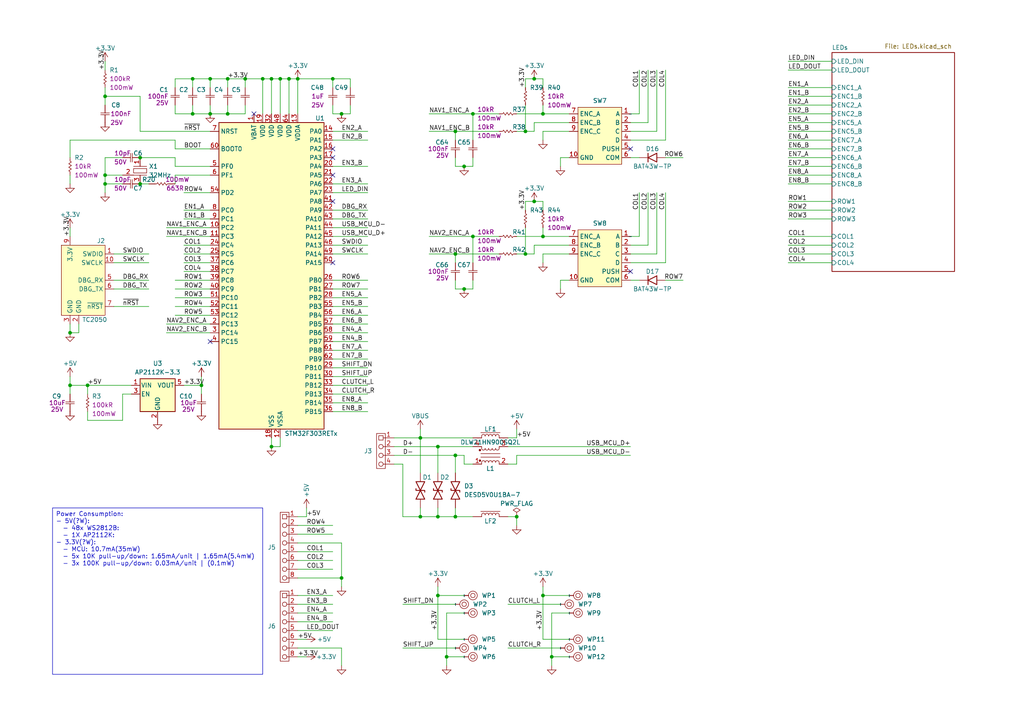
<source format=kicad_sch>
(kicad_sch (version 20230121) (generator eeschema)
  (paper "A4")
  (junction (at 127 149.86))
  (junction (at 78.74 22.86))
  (junction (at 66.04 22.86))
  (junction (at 127 129.54))
  (junction (at 99.06 167.64))
  (junction (at 78.74 129.54))
  (junction (at 137.16 68.58))
  (junction (at 20.32 111.76))
  (junction (at 154.94 58.42))
  (junction (at 129.54 190.5))
  (junction (at 30.48 27.94))
  (junction (at 66.04 33.02))
  (junction (at 157.48 172.72))
  (junction (at 60.96 33.02))
  (junction (at 96.52 22.86))
  (junction (at 83.82 22.86))
  (junction (at 86.36 22.86))
  (junction (at 20.32 96.52))
  (junction (at 76.2 22.86))
  (junction (at 58.42 111.76))
  (junction (at 132.08 132.08))
  (junction (at 132.08 38.1))
  (junction (at 55.88 22.86))
  (junction (at 121.92 149.86))
  (junction (at 71.12 22.86))
  (junction (at 121.92 127))
  (junction (at 134.62 48.26))
  (junction (at 40.64 45.72))
  (junction (at 55.88 33.02))
  (junction (at 160.02 190.5))
  (junction (at 81.28 22.86))
  (junction (at 99.06 33.02))
  (junction (at 30.48 50.8))
  (junction (at 60.96 22.86))
  (junction (at 25.4 111.76))
  (junction (at 40.64 53.34))
  (junction (at 132.08 149.86))
  (junction (at 137.16 33.02))
  (junction (at 157.48 33.02))
  (junction (at 152.4 38.1))
  (junction (at 132.08 73.66))
  (junction (at 127 172.72))
  (junction (at 152.4 73.66))
  (junction (at 154.94 22.86))
  (junction (at 30.48 53.34))
  (junction (at 134.62 83.82))
  (junction (at 149.86 149.86))
  (junction (at 157.48 68.58))
  (no_connect (at 182.88 43.18))
  (no_connect (at 96.52 43.18))
  (no_connect (at 182.88 78.74))
  (no_connect (at 96.52 76.2))
  (no_connect (at 60.96 99.06))
  (no_connect (at 96.52 50.8))
  (no_connect (at 73.66 33.02))
  (no_connect (at 96.52 58.42))
  (no_connect (at 96.52 45.72))
  (wire (pts (xy 38.1 111.76) (xy 25.4 111.76)))
  (wire (pts (xy 134.62 134.62) (xy 134.62 132.08)))
  (wire (pts (xy 132.08 76.2) (xy 132.08 73.66)))
  (wire (pts (xy 137.16 48.26) (xy 137.16 45.72)))
  (wire (pts (xy 48.26 66.04) (xy 60.96 66.04)))
  (wire (pts (xy 121.92 127) (xy 137.16 127)))
  (wire (pts (xy 162.56 83.82) (xy 162.56 81.28)))
  (wire (pts (xy 165.1 71.12) (xy 154.94 71.12)))
  (wire (pts (xy 157.48 58.42) (xy 157.48 60.96)))
  (wire (pts (xy 53.34 73.66) (xy 60.96 73.66)))
  (wire (pts (xy 137.16 40.64) (xy 137.16 33.02)))
  (wire (pts (xy 152.4 25.4) (xy 152.4 22.86)))
  (wire (pts (xy 147.32 134.62) (xy 149.86 134.62)))
  (wire (pts (xy 60.96 43.18) (xy 50.8 43.18)))
  (wire (pts (xy 132.08 73.66) (xy 144.78 73.66)))
  (wire (pts (xy 149.86 127) (xy 149.86 124.46)))
  (wire (pts (xy 96.52 40.64) (xy 106.68 40.64)))
  (wire (pts (xy 149.86 33.02) (xy 157.48 33.02)))
  (wire (pts (xy 30.48 55.88) (xy 30.48 53.34)))
  (wire (pts (xy 121.92 124.46) (xy 121.92 127)))
  (wire (pts (xy 86.36 177.8) (xy 96.52 177.8)))
  (wire (pts (xy 154.94 58.42) (xy 157.48 58.42)))
  (wire (pts (xy 114.3 127) (xy 121.92 127)))
  (wire (pts (xy 96.52 66.04) (xy 106.68 66.04)))
  (wire (pts (xy 60.96 48.26) (xy 50.8 48.26)))
  (wire (pts (xy 149.86 38.1) (xy 152.4 38.1)))
  (wire (pts (xy 101.6 33.02) (xy 101.6 30.48)))
  (wire (pts (xy 86.36 152.4) (xy 96.52 152.4)))
  (wire (pts (xy 157.48 38.1) (xy 165.1 38.1)))
  (wire (pts (xy 134.62 83.82) (xy 137.16 83.82)))
  (wire (pts (xy 86.36 22.86) (xy 83.82 22.86)))
  (wire (pts (xy 134.62 185.42) (xy 127 185.42)))
  (wire (pts (xy 193.04 55.88) (xy 193.04 76.2)))
  (wire (pts (xy 137.16 68.58) (xy 144.78 68.58)))
  (wire (pts (xy 182.88 33.02) (xy 185.42 33.02)))
  (wire (pts (xy 157.48 170.18) (xy 157.48 172.72)))
  (wire (pts (xy 86.36 175.26) (xy 96.52 175.26)))
  (wire (pts (xy 193.04 40.64) (xy 182.88 40.64)))
  (wire (pts (xy 132.08 149.86) (xy 137.16 149.86)))
  (wire (pts (xy 96.52 116.84) (xy 106.68 116.84)))
  (wire (pts (xy 132.08 83.82) (xy 134.62 83.82)))
  (wire (pts (xy 129.54 190.5) (xy 134.62 190.5)))
  (wire (pts (xy 116.84 149.86) (xy 121.92 149.86)))
  (wire (pts (xy 96.52 104.14) (xy 106.68 104.14)))
  (wire (pts (xy 48.26 96.52) (xy 60.96 96.52)))
  (wire (pts (xy 228.6 35.56) (xy 241.3 35.56)))
  (wire (pts (xy 53.34 71.12) (xy 60.96 71.12)))
  (wire (pts (xy 154.94 35.56) (xy 154.94 38.1)))
  (wire (pts (xy 134.62 48.26) (xy 137.16 48.26)))
  (wire (pts (xy 124.46 33.02) (xy 137.16 33.02)))
  (wire (pts (xy 160.02 190.5) (xy 160.02 193.04)))
  (wire (pts (xy 228.6 71.12) (xy 241.3 71.12)))
  (wire (pts (xy 121.92 147.32) (xy 121.92 149.86)))
  (wire (pts (xy 50.8 86.36) (xy 60.96 86.36)))
  (wire (pts (xy 157.48 73.66) (xy 165.1 73.66)))
  (wire (pts (xy 53.34 60.96) (xy 60.96 60.96)))
  (wire (pts (xy 124.46 38.1) (xy 132.08 38.1)))
  (wire (pts (xy 86.36 187.96) (xy 99.06 187.96)))
  (wire (pts (xy 22.86 93.98) (xy 22.86 96.52)))
  (wire (pts (xy 137.16 134.62) (xy 134.62 134.62)))
  (wire (pts (xy 71.12 30.48) (xy 71.12 33.02)))
  (wire (pts (xy 147.32 187.96) (xy 162.56 187.96)))
  (wire (pts (xy 86.36 190.5) (xy 88.9 190.5)))
  (wire (pts (xy 55.88 22.86) (xy 55.88 25.4)))
  (wire (pts (xy 86.36 185.42) (xy 88.9 185.42)))
  (wire (pts (xy 96.52 38.1) (xy 106.68 38.1)))
  (wire (pts (xy 165.1 35.56) (xy 154.94 35.56)))
  (wire (pts (xy 30.48 17.78) (xy 30.48 20.32)))
  (wire (pts (xy 86.36 167.64) (xy 99.06 167.64)))
  (wire (pts (xy 228.6 25.4) (xy 241.3 25.4)))
  (wire (pts (xy 228.6 40.64) (xy 241.3 40.64)))
  (wire (pts (xy 157.48 172.72) (xy 165.1 172.72)))
  (wire (pts (xy 147.32 175.26) (xy 162.56 175.26)))
  (wire (pts (xy 60.96 33.02) (xy 66.04 33.02)))
  (wire (pts (xy 33.02 88.9) (xy 43.18 88.9)))
  (wire (pts (xy 228.6 63.5) (xy 241.3 63.5)))
  (wire (pts (xy 96.52 114.3) (xy 106.68 114.3)))
  (wire (pts (xy 20.32 93.98) (xy 20.32 96.52)))
  (wire (pts (xy 160.02 177.8) (xy 160.02 190.5)))
  (wire (pts (xy 149.86 73.66) (xy 152.4 73.66)))
  (wire (pts (xy 149.86 149.86) (xy 149.86 152.4)))
  (wire (pts (xy 81.28 127) (xy 81.28 129.54)))
  (wire (pts (xy 96.52 53.34) (xy 106.68 53.34)))
  (wire (pts (xy 96.52 93.98) (xy 106.68 93.98)))
  (wire (pts (xy 157.48 172.72) (xy 157.48 185.42)))
  (wire (pts (xy 228.6 76.2) (xy 241.3 76.2)))
  (wire (pts (xy 127 147.32) (xy 127 149.86)))
  (wire (pts (xy 55.88 22.86) (xy 50.8 22.86)))
  (wire (pts (xy 187.96 20.32) (xy 187.96 35.56)))
  (wire (pts (xy 86.36 160.02) (xy 96.52 160.02)))
  (wire (pts (xy 147.32 127) (xy 149.86 127)))
  (wire (pts (xy 30.48 45.72) (xy 35.56 45.72)))
  (wire (pts (xy 228.6 33.02) (xy 241.3 33.02)))
  (wire (pts (xy 86.36 149.86) (xy 88.9 149.86)))
  (wire (pts (xy 22.86 96.52) (xy 20.32 96.52)))
  (wire (pts (xy 129.54 190.5) (xy 129.54 193.04)))
  (wire (pts (xy 86.36 162.56) (xy 96.52 162.56)))
  (wire (pts (xy 20.32 109.22) (xy 20.32 111.76)))
  (wire (pts (xy 66.04 30.48) (xy 66.04 33.02)))
  (wire (pts (xy 78.74 129.54) (xy 81.28 129.54)))
  (wire (pts (xy 121.92 149.86) (xy 127 149.86)))
  (wire (pts (xy 76.2 22.86) (xy 76.2 33.02)))
  (wire (pts (xy 127 172.72) (xy 127 185.42)))
  (wire (pts (xy 66.04 22.86) (xy 60.96 22.86)))
  (wire (pts (xy 193.04 81.28) (xy 198.12 81.28)))
  (wire (pts (xy 60.96 22.86) (xy 55.88 22.86)))
  (wire (pts (xy 190.5 38.1) (xy 182.88 38.1)))
  (wire (pts (xy 96.52 33.02) (xy 99.06 33.02)))
  (wire (pts (xy 152.4 58.42) (xy 154.94 58.42)))
  (wire (pts (xy 86.36 172.72) (xy 96.52 172.72)))
  (wire (pts (xy 78.74 127) (xy 78.74 129.54)))
  (wire (pts (xy 187.96 35.56) (xy 182.88 35.56)))
  (wire (pts (xy 157.48 185.42) (xy 165.1 185.42)))
  (wire (pts (xy 157.48 73.66) (xy 157.48 76.2)))
  (wire (pts (xy 96.52 71.12) (xy 106.68 71.12)))
  (wire (pts (xy 53.34 111.76) (xy 58.42 111.76)))
  (wire (pts (xy 228.6 27.94) (xy 241.3 27.94)))
  (wire (pts (xy 96.52 63.5) (xy 106.68 63.5)))
  (wire (pts (xy 66.04 22.86) (xy 66.04 25.4)))
  (wire (pts (xy 81.28 22.86) (xy 78.74 22.86)))
  (wire (pts (xy 228.6 58.42) (xy 241.3 58.42)))
  (wire (pts (xy 96.52 86.36) (xy 106.68 86.36)))
  (wire (pts (xy 96.52 99.06) (xy 106.68 99.06)))
  (wire (pts (xy 78.74 22.86) (xy 76.2 22.86)))
  (wire (pts (xy 86.36 180.34) (xy 96.52 180.34)))
  (wire (pts (xy 152.4 30.48) (xy 152.4 38.1)))
  (wire (pts (xy 30.48 53.34) (xy 35.56 53.34)))
  (wire (pts (xy 190.5 55.88) (xy 190.5 73.66)))
  (wire (pts (xy 33.02 81.28) (xy 43.18 81.28)))
  (wire (pts (xy 162.56 48.26) (xy 162.56 45.72)))
  (wire (pts (xy 132.08 48.26) (xy 134.62 48.26)))
  (wire (pts (xy 160.02 190.5) (xy 165.1 190.5)))
  (wire (pts (xy 99.06 187.96) (xy 99.06 193.04)))
  (wire (pts (xy 152.4 66.04) (xy 152.4 73.66)))
  (wire (pts (xy 88.9 147.32) (xy 88.9 149.86)))
  (wire (pts (xy 48.26 68.58) (xy 60.96 68.58)))
  (wire (pts (xy 60.96 50.8) (xy 50.8 50.8)))
  (wire (pts (xy 157.48 30.48) (xy 157.48 33.02)))
  (wire (pts (xy 127 129.54) (xy 127 137.16)))
  (wire (pts (xy 35.56 121.92) (xy 25.4 121.92)))
  (wire (pts (xy 20.32 66.04) (xy 20.32 68.58)))
  (wire (pts (xy 35.56 114.3) (xy 35.56 121.92)))
  (wire (pts (xy 228.6 53.34) (xy 241.3 53.34)))
  (wire (pts (xy 99.06 170.18) (xy 99.06 167.64)))
  (wire (pts (xy 53.34 63.5) (xy 60.96 63.5)))
  (wire (pts (xy 101.6 25.4) (xy 101.6 22.86)))
  (wire (pts (xy 157.48 66.04) (xy 157.48 68.58)))
  (wire (pts (xy 152.4 22.86) (xy 154.94 22.86)))
  (wire (pts (xy 114.3 129.54) (xy 127 129.54)))
  (wire (pts (xy 30.48 50.8) (xy 30.48 45.72)))
  (wire (pts (xy 25.4 111.76) (xy 25.4 114.3)))
  (wire (pts (xy 185.42 55.88) (xy 185.42 68.58)))
  (wire (pts (xy 149.86 132.08) (xy 182.88 132.08)))
  (wire (pts (xy 132.08 40.64) (xy 132.08 38.1)))
  (wire (pts (xy 96.52 119.38) (xy 106.68 119.38)))
  (wire (pts (xy 96.52 73.66) (xy 106.68 73.66)))
  (wire (pts (xy 154.94 22.86) (xy 157.48 22.86)))
  (wire (pts (xy 50.8 40.64) (xy 20.32 40.64)))
  (wire (pts (xy 33.02 73.66) (xy 43.18 73.66)))
  (wire (pts (xy 96.52 96.52) (xy 106.68 96.52)))
  (wire (pts (xy 228.6 38.1) (xy 241.3 38.1)))
  (wire (pts (xy 71.12 22.86) (xy 71.12 25.4)))
  (wire (pts (xy 81.28 22.86) (xy 81.28 33.02)))
  (wire (pts (xy 60.96 30.48) (xy 60.96 33.02)))
  (wire (pts (xy 132.08 38.1) (xy 144.78 38.1)))
  (wire (pts (xy 149.86 68.58) (xy 157.48 68.58)))
  (wire (pts (xy 132.08 132.08) (xy 132.08 137.16)))
  (wire (pts (xy 50.8 91.44) (xy 60.96 91.44)))
  (wire (pts (xy 121.92 127) (xy 121.92 137.16)))
  (wire (pts (xy 96.52 25.4) (xy 96.52 22.86)))
  (wire (pts (xy 127 149.86) (xy 132.08 149.86)))
  (wire (pts (xy 76.2 22.86) (xy 71.12 22.86)))
  (wire (pts (xy 50.8 83.82) (xy 60.96 83.82)))
  (wire (pts (xy 190.5 73.66) (xy 182.88 73.66)))
  (wire (pts (xy 127 129.54) (xy 137.16 129.54)))
  (wire (pts (xy 132.08 45.72) (xy 132.08 48.26)))
  (wire (pts (xy 157.48 33.02) (xy 165.1 33.02)))
  (wire (pts (xy 96.52 106.68) (xy 106.68 106.68)))
  (wire (pts (xy 50.8 22.86) (xy 50.8 25.4)))
  (wire (pts (xy 228.6 73.66) (xy 241.3 73.66)))
  (wire (pts (xy 30.48 25.4) (xy 30.48 27.94)))
  (wire (pts (xy 152.4 38.1) (xy 154.94 38.1)))
  (wire (pts (xy 96.52 109.22) (xy 106.68 109.22)))
  (wire (pts (xy 99.06 33.02) (xy 101.6 33.02)))
  (wire (pts (xy 86.36 33.02) (xy 86.36 22.86)))
  (wire (pts (xy 40.64 27.94) (xy 30.48 27.94)))
  (wire (pts (xy 154.94 71.12) (xy 154.94 73.66)))
  (wire (pts (xy 116.84 175.26) (xy 132.08 175.26)))
  (wire (pts (xy 30.48 27.94) (xy 30.48 30.48)))
  (wire (pts (xy 30.48 50.8) (xy 35.56 50.8)))
  (wire (pts (xy 137.16 76.2) (xy 137.16 68.58)))
  (wire (pts (xy 83.82 22.86) (xy 83.82 33.02)))
  (wire (pts (xy 20.32 50.8) (xy 20.32 53.34)))
  (wire (pts (xy 99.06 167.64) (xy 99.06 157.48)))
  (wire (pts (xy 132.08 81.28) (xy 132.08 83.82)))
  (wire (pts (xy 96.52 68.58) (xy 106.68 68.58)))
  (wire (pts (xy 40.64 38.1) (xy 40.64 27.94)))
  (wire (pts (xy 60.96 38.1) (xy 40.64 38.1)))
  (wire (pts (xy 187.96 71.12) (xy 182.88 71.12)))
  (wire (pts (xy 96.52 83.82) (xy 106.68 83.82)))
  (wire (pts (xy 38.1 114.3) (xy 35.56 114.3)))
  (wire (pts (xy 228.6 45.72) (xy 241.3 45.72)))
  (wire (pts (xy 60.96 22.86) (xy 60.96 25.4)))
  (wire (pts (xy 228.6 48.26) (xy 241.3 48.26)))
  (wire (pts (xy 162.56 45.72) (xy 165.1 45.72)))
  (wire (pts (xy 53.34 76.2) (xy 60.96 76.2)))
  (wire (pts (xy 182.88 81.28) (xy 185.42 81.28)))
  (wire (pts (xy 50.8 48.26) (xy 50.8 45.72)))
  (wire (pts (xy 50.8 81.28) (xy 60.96 81.28)))
  (wire (pts (xy 58.42 111.76) (xy 58.42 114.3)))
  (wire (pts (xy 190.5 20.32) (xy 190.5 38.1)))
  (wire (pts (xy 33.02 83.82) (xy 43.18 83.82)))
  (wire (pts (xy 228.6 60.96) (xy 241.3 60.96)))
  (wire (pts (xy 101.6 22.86) (xy 96.52 22.86)))
  (wire (pts (xy 165.1 177.8) (xy 160.02 177.8)))
  (wire (pts (xy 48.26 93.98) (xy 60.96 93.98)))
  (wire (pts (xy 116.84 134.62) (xy 116.84 149.86)))
  (wire (pts (xy 96.52 30.48) (xy 96.52 33.02)))
  (wire (pts (xy 96.52 48.26) (xy 106.68 48.26)))
  (wire (pts (xy 228.6 68.58) (xy 241.3 68.58)))
  (wire (pts (xy 228.6 50.8) (xy 241.3 50.8)))
  (wire (pts (xy 149.86 134.62) (xy 149.86 132.08)))
  (wire (pts (xy 96.52 91.44) (xy 106.68 91.44)))
  (wire (pts (xy 30.48 53.34) (xy 30.48 50.8)))
  (wire (pts (xy 40.64 45.72) (xy 50.8 45.72)))
  (wire (pts (xy 157.48 22.86) (xy 157.48 25.4)))
  (wire (pts (xy 58.42 109.22) (xy 58.42 111.76)))
  (wire (pts (xy 147.32 149.86) (xy 149.86 149.86)))
  (wire (pts (xy 33.02 76.2) (xy 43.18 76.2)))
  (wire (pts (xy 25.4 121.92) (xy 25.4 119.38)))
  (wire (pts (xy 228.6 17.78) (xy 241.3 17.78)))
  (wire (pts (xy 193.04 76.2) (xy 182.88 76.2)))
  (wire (pts (xy 152.4 60.96) (xy 152.4 58.42)))
  (wire (pts (xy 193.04 45.72) (xy 198.12 45.72)))
  (wire (pts (xy 66.04 33.02) (xy 71.12 33.02)))
  (wire (pts (xy 78.74 22.86) (xy 78.74 33.02)))
  (wire (pts (xy 124.46 68.58) (xy 137.16 68.58)))
  (wire (pts (xy 114.3 134.62) (xy 116.84 134.62)))
  (wire (pts (xy 157.48 68.58) (xy 165.1 68.58)))
  (wire (pts (xy 134.62 177.8) (xy 129.54 177.8)))
  (wire (pts (xy 132.08 132.08) (xy 134.62 132.08)))
  (wire (pts (xy 127 172.72) (xy 134.62 172.72)))
  (wire (pts (xy 50.8 50.8) (xy 50.8 53.34)))
  (wire (pts (xy 86.36 182.88) (xy 96.52 182.88)))
  (wire (pts (xy 116.84 187.96) (xy 132.08 187.96)))
  (wire (pts (xy 127 170.18) (xy 127 172.72)))
  (wire (pts (xy 71.12 22.86) (xy 66.04 22.86)))
  (wire (pts (xy 96.52 111.76) (xy 106.68 111.76)))
  (wire (pts (xy 129.54 177.8) (xy 129.54 190.5)))
  (wire (pts (xy 124.46 73.66) (xy 132.08 73.66)))
  (wire (pts (xy 147.32 129.54) (xy 182.88 129.54)))
  (wire (pts (xy 137.16 33.02) (xy 144.78 33.02)))
  (wire (pts (xy 193.04 20.32) (xy 193.04 40.64)))
  (wire (pts (xy 182.88 45.72) (xy 185.42 45.72)))
  (wire (pts (xy 55.88 33.02) (xy 60.96 33.02)))
  (wire (pts (xy 96.52 60.96) (xy 106.68 60.96)))
  (wire (pts (xy 53.34 78.74) (xy 60.96 78.74)))
  (wire (pts (xy 50.8 30.48) (xy 50.8 33.02)))
  (wire (pts (xy 86.36 154.94) (xy 96.52 154.94)))
  (wire (pts (xy 53.34 55.88) (xy 60.96 55.88)))
  (wire (pts (xy 96.52 22.86) (xy 86.36 22.86)))
  (wire (pts (xy 137.16 83.82) (xy 137.16 81.28)))
  (wire (pts (xy 96.52 81.28) (xy 106.68 81.28)))
  (wire (pts (xy 50.8 33.02) (xy 55.88 33.02)))
  (wire (pts (xy 185.42 20.32) (xy 185.42 33.02)))
  (wire (pts (xy 20.32 40.64) (xy 20.32 45.72)))
  (wire (pts (xy 162.56 81.28) (xy 165.1 81.28)))
  (wire (pts (xy 228.6 43.18) (xy 241.3 43.18)))
  (wire (pts (xy 228.6 20.32) (xy 241.3 20.32)))
  (wire (pts (xy 157.48 38.1) (xy 157.48 40.64)))
  (wire (pts (xy 132.08 147.32) (xy 132.08 149.86)))
  (wire (pts (xy 50.8 43.18) (xy 50.8 40.64)))
  (wire (pts (xy 86.36 165.1) (xy 96.52 165.1)))
  (wire (pts (xy 114.3 132.08) (xy 132.08 132.08)))
  (wire (pts (xy 228.6 30.48) (xy 241.3 30.48)))
  (wire (pts (xy 83.82 22.86) (xy 81.28 22.86)))
  (wire (pts (xy 86.36 157.48) (xy 99.06 157.48)))
  (wire (pts (xy 152.4 73.66) (xy 154.94 73.66)))
  (wire (pts (xy 182.88 68.58) (xy 185.42 68.58)))
  (wire (pts (xy 96.52 101.6) (xy 106.68 101.6)))
  (wire (pts (xy 20.32 114.3) (xy 20.32 111.76)))
  (wire (pts (xy 96.52 88.9) (xy 106.68 88.9)))
  (wire (pts (xy 20.32 111.76) (xy 25.4 111.76)))
  (wire (pts (xy 40.64 53.34) (xy 43.18 53.34)))
  (wire (pts (xy 55.88 30.48) (xy 55.88 33.02)))
  (wire (pts (xy 50.8 88.9) (xy 60.96 88.9)))
  (wire (pts (xy 96.52 55.88) (xy 106.68 55.88)))
  (wire (pts (xy 187.96 55.88) (xy 187.96 71.12)))
  (text_box "Power Consumption:\n- 5V(?W):\n  - 48x WS2812B:\n  - 1X AP2112K:\n- 3.3V(?W):\n  - MCU: 10.7mA(35mW)\n  - 5x 10K pull-up/down: 1.65mA/unit | 1.65mA(5.4mW)\n  - 3x 100K pull-up/down: 0.03mA/unit | (0.1mW)" (at 15.24 147.32 0) (size 60.96 48.26) (effects (font (size 1.27 1.27)) (justify left top)))
  (label "EN7_B" (at 99.06 104.14 0))
  (label "ROW4" (at 53.34 55.88 0))
  (label "EN4_B" (at 99.06 99.06 0))
  (label "USB_MCU_D+" (at 182.88 129.54 180))
  (label "NAV2_ENC_B" (at 124.46 73.66 0))
  (label "EN1_B" (at 53.34 63.5 0))
  (label "EN7_A" (at 228.6 45.72 0))
  (label "USB_MCU_D-" (at 182.88 132.08 180))
  (label "EN8_B" (at 99.06 119.38 0))
  (label "NAV1_ENC_A" (at 48.26 66.04 0))
  (label "EN6_A" (at 228.6 40.64 0))
  (label "ROW6" (at 198.12 45.72 180))
  (label "NAV1_ENC_A" (at 124.46 33.02 0))
  (label "EN3_A" (at 99.06 53.34 0))
  (label "COL2" (at 187.96 55.88 270))
  (label "+5V" (at 86.36 185.42 0))
  (label "D-" (at 116.84 132.08 0))
  (label "SHIFT_DN" (at 116.84 175.26 0))
  (label "EN2_A" (at 99.06 38.1 0))
  (label "+3.3V" (at 152.4 25.4 90))
  (label "SWCLK" (at 99.06 73.66 0))
  (label "LED_DOUT" (at 88.9 182.88 0))
  (label "CLUTCH_R" (at 147.32 187.96 0))
  (label "BOOT" (at 53.34 43.18 0))
  (label "COL1" (at 53.34 71.12 0))
  (label "ROW7" (at 198.12 81.28 180))
  (label "EN7_B" (at 228.6 48.26 0))
  (label "NAV2_ENC_A" (at 48.26 93.98 0))
  (label "DBG_TX" (at 99.06 63.5 0))
  (label "EN3_A" (at 88.9 172.72 0))
  (label "ROW1" (at 53.34 81.28 0))
  (label "~{nRST}" (at 35.56 88.9 0))
  (label "COL3" (at 228.6 73.66 0))
  (label "DBG_RX" (at 99.06 60.96 0))
  (label "+3.3V" (at 127 182.88 90))
  (label "NAV1_ENC_B" (at 48.26 68.58 0))
  (label "+3.3V" (at 152.4 60.96 90))
  (label "LED_DIN" (at 228.6 17.78 0))
  (label "ROW3" (at 53.34 86.36 0))
  (label "SWCLK" (at 35.56 76.2 0))
  (label "EN2_B" (at 99.06 40.64 0))
  (label "ROW2" (at 53.34 83.82 0))
  (label "EN4_A" (at 99.06 96.52 0))
  (label "COL4" (at 53.34 78.74 0))
  (label "ROW4" (at 88.9 152.4 0))
  (label "NAV1_ENC_B" (at 124.46 38.1 0))
  (label "EN1_A" (at 53.34 60.96 0))
  (label "ROW5" (at 88.9 154.94 0))
  (label "NAV2_ENC_A" (at 124.46 68.58 0))
  (label "EN3_B" (at 99.06 48.26 0))
  (label "EN8_A" (at 228.6 50.8 0))
  (label "+5V" (at 149.86 127 0))
  (label "COL1" (at 185.42 20.32 270))
  (label "COL2" (at 228.6 71.12 0))
  (label "COL2" (at 88.9 162.56 0))
  (label "ROW5" (at 53.34 91.44 0))
  (label "EN1_B" (at 228.6 27.94 0))
  (label "ROW2" (at 228.6 60.96 0))
  (label "LED_DIN" (at 99.06 55.88 0))
  (label "USB_MCU_D+" (at 99.06 68.58 0))
  (label "ROW4" (at 53.34 88.9 0))
  (label "COL3" (at 190.5 20.32 270))
  (label "LED_DOUT" (at 228.6 20.32 0))
  (label "+3.3V" (at 20.32 68.58 90))
  (label "SHIFT_UP" (at 116.84 187.96 0))
  (label "NAV2_ENC_B" (at 48.26 96.52 0))
  (label "EN2_A" (at 228.6 30.48 0))
  (label "~{nRST}" (at 53.34 38.1 0))
  (label "EN8_A" (at 99.06 116.84 0))
  (label "EN8_B" (at 228.6 53.34 0))
  (label "+3.3V" (at 66.04 22.86 0))
  (label "+5V" (at 25.4 111.76 0))
  (label "COL4" (at 193.04 20.32 270))
  (label "COL3" (at 88.9 165.1 0))
  (label "+3.3V" (at 30.48 20.32 90))
  (label "+3.3V" (at 86.36 190.5 0))
  (label "EN3_B" (at 88.9 175.26 0))
  (label "EN5_B" (at 228.6 38.1 0))
  (label "SHIFT_DN" (at 99.06 106.68 0))
  (label "COL4" (at 193.04 55.88 270))
  (label "EN4_A" (at 88.9 177.8 0))
  (label "CLUTCH_R" (at 99.06 114.3 0))
  (label "EN5_B" (at 99.06 88.9 0))
  (label "COL3" (at 53.34 76.2 0))
  (label "+5V" (at 88.9 149.86 0))
  (label "USB_MCU_D-" (at 99.06 66.04 0))
  (label "EN1_A" (at 228.6 25.4 0))
  (label "SHIFT_UP" (at 99.06 109.22 0))
  (label "COL2" (at 53.34 73.66 0))
  (label "CLUTCH_L" (at 147.32 175.26 0))
  (label "EN7_A" (at 99.06 101.6 0))
  (label "ROW7" (at 99.06 83.82 0))
  (label "COL4" (at 228.6 76.2 0))
  (label "COL1" (at 88.9 160.02 0))
  (label "DBG_RX" (at 35.56 81.28 0))
  (label "SWDIO" (at 99.06 71.12 0))
  (label "EN4_B" (at 88.9 180.34 0))
  (label "EN5_A" (at 228.6 35.56 0))
  (label "EN6_B" (at 99.06 93.98 0))
  (label "SWDIO" (at 35.56 73.66 0))
  (label "DBG_TX" (at 35.56 83.82 0))
  (label "COL1" (at 185.42 55.88 270))
  (label "COL2" (at 187.96 20.32 270))
  (label "EN2_B" (at 228.6 33.02 0))
  (label "ROW3" (at 228.6 63.5 0))
  (label "COL1" (at 228.6 68.58 0))
  (label "CLUTCH_L" (at 99.06 111.76 0))
  (label "+3.3V" (at 53.34 111.76 0))
  (label "D+" (at 116.84 129.54 0))
  (label "EN6_A" (at 99.06 91.44 0))
  (label "ROW1" (at 228.6 58.42 0))
  (label "COL3" (at 190.5 55.88 270))
  (label "EN6_B" (at 228.6 43.18 0))
  (label "ROW6" (at 99.06 81.28 0))
  (label "EN5_A" (at 99.06 86.36 0))
  (label "+3.3V" (at 157.48 182.88 90))
  (symbol (lib_id "POWER:LOGIC_GND") (at 58.42 119.38 0) (unit 1)
    (property "Reference" "#PWR020" (effects hide))
    (property "Value" "LOGIC_GND" (effects hide))
  )
  (symbol (lib_id "WIRE-POINT:WP_24AWG") (at 165.1 172.72 270) (unit 1)
    (property "Reference" "WP8" (at 170.18 172.72 90) (effects (justify left)))
    (property "Value" "~" (at 165.1 172.72 0))
    (property "Footprint" "WIRE-POINT:WP 24AWG" (effects hide))
    (property "Sim.Enable" "0" (effects hide))
  )
  (symbol (lib_id "POWER:LOGIC_GND") (at 20.32 53.34 0) (unit 1)
    (property "Reference" "#PWR028" (effects hide))
    (property "Value" "LOGIC_GND" (effects hide))
  )
  (symbol (lib_id "Regulator_Linear:AP2112K-3.3") (at 45.72 114.3 0) (unit 1)
    (property "Reference" "U3" (at 45.72 105.41 0))
    (property "Value" "AP2112K-3.3" (at 45.72 107.95 0))
    (property "Footprint" "Package_TO_SOT_SMD:SOT-23-5" (effects hide))
    (property "Datasheet" "https://www.diodes.com/assets/Datasheets/AP2112.pdf" (effects hide))
  )
  (symbol (lib_id "DIODE-SMD-TVS:DESD5V0U1BA-7") (at 127 142.24 90) (unit 1)
    (property "Reference" "D2" (at 127.635 138.43 90) (effects (justify right)))
    (property "Value" "DESD5V0U1BA-7" (effects hide))
    (property "Footprint" "Diode_SMD:D_SOD-323" (effects hide))
    (property "Datasheet" "https://www.diodes.com/assets/Datasheets/DESD5V0U1BA.pdf" (effects hide))
    (property "Sim.Enable" "0" (effects hide))
  )
  (symbol (lib_id "WIRE-POINT:WP_24AWG") (at 132.08 187.96 270) (unit 1)
    (property "Reference" "WP4" (at 137.16 187.96 90) (effects (justify left)))
    (property "Value" "~" (at 132.08 187.96 0))
    (property "Footprint" "WIRE-POINT:WP 24AWG" (effects hide))
    (property "Sim.Enable" "0" (effects hide))
  )
  (symbol (lib_id "CAP-SMD-25V:1uF-CER-25V-0805") (at 101.6 27.94 0) (unit 1)
    (property "Reference" "C49" (at 100.965 25.4 0) (effects (justify right)))
    (property "Value" "${SIM.PARAMS}" (effects hide))
    (property "Footprint" "Capacitor_SMD:C_0805_2012Metric" (effects hide))
    (property "Capacitance" "1uF" (effects hide))
    (property "Voltage" "25V" (effects hide))
    (property "Tolerance" "10%" (effects hide))
    (property "Sim.Device" "C" (effects hide))
    (property "Sim.Type" "=" (effects hide))
    (property "Sim.Params" "c=1u" (effects hide))
    (property "Sim.Pins" "1=+ 2=-" (effects hide))
  )
  (symbol (lib_id "RES-SMD-100mW:10kR-SMD-100mW-0603") (at 152.4 25.4 0) (unit 1)
    (property "Reference" "R39" (at 153.67 25.4 0) (effects (justify left)))
    (property "Value" "10kR-SMD-100mW-0603" (effects hide))
    (property "Footprint" "Resistor_SMD:R_0603_1608Metric" (effects hide))
    (property "Resistance" "10kR" (effects hide))
    (property "Power" "100mW" (effects hide))
    (property "Sim.Device" "R" (effects hide))
    (property "Sim.Type" "=" (effects hide))
    (property "Sim.Params" "r=10k" (effects hide))
    (property "Sim.Pins" "1=+ 2=-" (effects hide))
  )
  (symbol (lib_id "POWER:LOGIC_GND") (at 60.96 33.02 0) (unit 1)
    (property "Reference" "#PWR032" (effects hide))
    (property "Value" "LOGIC_GND" (effects hide))
  )
  (symbol (lib_id "POWER:LOGIC_GND") (at 134.62 48.26 0) (unit 1)
    (property "Reference" "#PWR0135" (effects hide))
    (property "Value" "LOGIC_GND" (effects hide))
  )
  (symbol (lib_id "POWER:LOGIC_GND") (at 78.74 129.54 0) (unit 1)
    (property "Reference" "#PWR016" (effects hide))
    (property "Value" "LOGIC_GND" (effects hide))
  )
  (symbol (lib_id "CONN-SMD-HEADER:CONN-THT-1x8-P1.25-R") (at 86.36 172.72 0) (mirror y) (unit 1)
    (property "Reference" "J6" (at 80.01 181.61 0) (effects (justify left)))
    (property "Value" "0532610871" (effects hide))
    (property "Footprint" "CONN-SMD-RECT:0532610871 8POS P1.25" (effects hide))
    (property "Sim.Enable" "0" (effects hide))
  )
  (symbol (lib_id "POWER:+3.3V") (at 127 170.18 0) (unit 1)
    (property "Reference" "#PWR027" (effects hide))
    (property "Value" "+3.3V" (at 127 166.37 0))
  )
  (symbol (lib_id "RES-SMD-100mW:10kR-SMD-100mW-0603") (at 144.78 73.66 90) (unit 1)
    (property "Reference" "R42" (at 148.59 72.39 90) (effects (justify right)))
    (property "Value" "10kR-SMD-100mW-0603" (effects hide))
    (property "Footprint" "Resistor_SMD:R_0603_1608Metric" (effects hide))
    (property "Resistance" "10kR" (at 138.43 72.39 90) (effects (justify right)))
    (property "Power" "100mW" (at 138.43 74.93 90) (effects (justify right)))
    (property "Sim.Device" "R" (effects hide))
    (property "Sim.Type" "=" (effects hide))
    (property "Sim.Params" "r=10k" (effects hide))
    (property "Sim.Pins" "1=+ 2=-" (effects hide))
  )
  (symbol (lib_id "POWER:LOGIC_GND") (at 157.48 40.64 0) (unit 1)
    (property "Reference" "#PWR0137" (effects hide))
    (property "Value" "LOGIC_GND" (effects hide))
  )
  (symbol (lib_id "WIRE-POINT:WP_24AWG") (at 134.62 185.42 270) (unit 1)
    (property "Reference" "WP5" (at 139.7 185.42 90) (effects (justify left)))
    (property "Value" "~" (at 134.62 185.42 0))
    (property "Footprint" "WIRE-POINT:WP 24AWG" (effects hide))
    (property "Sim.Enable" "0" (effects hide))
  )
  (symbol (lib_id "RES-SMD-100mW:10kR-SMD-100mW-0603") (at 20.32 45.72 0) (unit 1)
    (property "Reference" "R2" (at 21.59 45.72 0) (effects (justify left)))
    (property "Value" "10kR-SMD-100mW-0603" (effects hide))
    (property "Footprint" "Resistor_SMD:R_0603_1608Metric" (effects hide))
    (property "Resistance" "10kR" (at 21.59 48.26 0) (effects (justify left)))
    (property "Power" "100mW" (at 21.59 50.8 0) (effects (justify left)))
    (property "Sim.Device" "R" (effects hide))
    (property "Sim.Type" "=" (effects hide))
    (property "Sim.Params" "r=10k" (effects hide))
    (property "Sim.Pins" "1=+ 2=-" (effects hide))
  )
  (symbol (lib_id "POWER:+3.3V") (at 88.9 190.5 270) (unit 1)
    (property "Reference" "#PWR0100" (effects hide))
    (property "Value" "+3.3V" (at 94.615 190.5 90))
  )
  (symbol (lib_id "RES-SMD-100mW:10kR-SMD-100mW-0603") (at 144.78 33.02 90) (unit 1)
    (property "Reference" "R37" (at 148.59 31.75 90) (effects (justify right)))
    (property "Value" "10kR-SMD-100mW-0603" (effects hide))
    (property "Footprint" "Resistor_SMD:R_0603_1608Metric" (effects hide))
    (property "Resistance" "10kR" (at 138.43 31.75 90) (effects (justify right)))
    (property "Power" "100mW" (at 138.43 34.29 90) (effects (justify right)))
    (property "Sim.Device" "R" (effects hide))
    (property "Sim.Type" "=" (effects hide))
    (property "Sim.Params" "r=10k" (effects hide))
    (property "Sim.Pins" "1=+ 2=-" (effects hide))
  )
  (symbol (lib_id "POWER:LOGIC_GND") (at 134.62 83.82 0) (unit 1)
    (property "Reference" "#PWR0139" (effects hide))
    (property "Value" "LOGIC_GND" (effects hide))
  )
  (symbol (lib_id "POWER:+3.3V") (at 154.94 58.42 0) (unit 1)
    (property "Reference" "#PWR0140" (effects hide))
    (property "Value" "+3.3V" (at 154.94 54.61 0))
  )
  (symbol (lib_id "WIRE-POINT:WP_24AWG") (at 132.08 175.26 270) (unit 1)
    (property "Reference" "WP2" (at 137.16 175.26 90) (effects (justify left)))
    (property "Value" "~" (at 132.08 175.26 0))
    (property "Footprint" "WIRE-POINT:WP 24AWG" (effects hide))
    (property "Sim.Enable" "0" (effects hide))
  )
  (symbol (lib_id "CAP-SMD-25V:10uF-CER-25V-0805") (at 20.32 116.84 0) (unit 1)
    (property "Reference" "C9" (at 17.78 114.935 0) (effects (justify right)))
    (property "Value" "10uF-CER-25V-0805" (effects hide))
    (property "Footprint" "Capacitor_SMD:C_0805_2012Metric" (effects hide))
    (property "Capacitance" "10uF" (at 19.05 116.84 0) (effects (justify right)))
    (property "Voltage" "25V" (at 18.415 118.745 0) (effects (justify right)))
    (property "Tolerance" "10%" (effects hide))
    (property "Sim.Device" "C" (effects hide))
    (property "Sim.Type" "=" (effects hide))
    (property "Sim.Params" "c=10u" (effects hide))
    (property "Sim.Pins" "1=+ 2=-" (effects hide))
  )
  (symbol (lib_id "RES-SMD-100mW:10kR-SMD-100mW-0603") (at 144.78 68.58 90) (unit 1)
    (property "Reference" "R41" (at 148.59 67.31 90) (effects (justify right)))
    (property "Value" "10kR-SMD-100mW-0603" (effects hide))
    (property "Footprint" "Resistor_SMD:R_0603_1608Metric" (effects hide))
    (property "Resistance" "10kR" (at 138.43 67.31 90) (effects (justify right)))
    (property "Power" "100mW" (at 138.43 69.85 90) (effects (justify right)))
    (property "Sim.Device" "R" (effects hide))
    (property "Sim.Type" "=" (effects hide))
    (property "Sim.Params" "r=10k" (effects hide))
    (property "Sim.Pins" "1=+ 2=-" (effects hide))
  )
  (symbol (lib_id "POWER:LOGIC_GND") (at 162.56 48.26 0) (unit 1)
    (property "Reference" "#PWR0138" (effects hide))
    (property "Value" "LOGIC_GND" (effects hide))
  )
  (symbol (lib_id "POWER:LOGIC_GND") (at 160.02 193.04 0) (unit 1)
    (property "Reference" "#PWR04" (effects hide))
    (property "Value" "LOGIC_GND" (effects hide))
  )
  (symbol (lib_id "RES-SMD-100mW:10kR-SMD-100mW-0603") (at 157.48 25.4 0) (unit 1)
    (property "Reference" "R40" (at 158.75 25.4 0) (effects (justify left)))
    (property "Value" "10kR-SMD-100mW-0603" (effects hide))
    (property "Footprint" "Resistor_SMD:R_0603_1608Metric" (effects hide))
    (property "Resistance" "10kR" (at 158.75 27.94 0) (effects (justify left)))
    (property "Power" "100mW" (at 158.75 30.48 0) (effects (justify left)))
    (property "Sim.Device" "R" (effects hide))
    (property "Sim.Type" "=" (effects hide))
    (property "Sim.Params" "r=10k" (effects hide))
    (property "Sim.Pins" "1=+ 2=-" (effects hide))
  )
  (symbol (lib_id "CONN-TAG-CONNECT:TC2050") (at 33.02 73.66 0) (mirror y) (unit 1)
    (property "Reference" "J2" (at 30.48 69.85 0) (effects (justify left)))
    (property "Value" "TC2050" (at 31.115 92.71 0) (effects (justify left)))
    (property "Footprint" "Connector:Tag-Connect_TC2050-IDC-FP_2x05_P1.27mm_Vertical" (effects hide))
    (property "Datasheet" "https://www.tag-connect.com/wp-content/uploads/bsk-pdf-manager/TC2050-IDC_Datasheet_7.pdf" (effects hide))
    (property "Sim.Enable" "0" (effects hide))
  )
  (symbol (lib_id "WIRE-POINT:WP_24AWG") (at 165.1 185.42 270) (unit 1)
    (property "Reference" "WP11" (at 170.18 185.42 90) (effects (justify left)))
    (property "Value" "~" (at 165.1 185.42 0))
    (property "Footprint" "WIRE-POINT:WP 24AWG" (effects hide))
    (property "Sim.Enable" "0" (effects hide))
  )
  (symbol (lib_id "CAP-SMD-25V:100nF-CER-25V-0402") (at 50.8 27.94 0) (unit 1)
    (property "Reference" "C1" (at 48.895 26.035 0) (effects (justify right)))
    (property "Value" "100nF-CER-25V-0402" (effects hide))
    (property "Footprint" "Capacitor_SMD:C_0402_1005Metric" (effects hide))
    (property "Capacitance" "100nF" (at 48.895 27.94 0) (effects (justify right)))
    (property "Voltage" "25V" (at 48.895 29.845 0) (effects (justify right)))
    (property "Tolerance" "10%" (effects hide))
    (property "Sim.Device" "C" (effects hide))
    (property "Sim.Type" "=" (effects hide))
    (property "Sim.Params" "c=100n" (effects hide))
    (property "Sim.Pins" "1=+ 2=-" (effects hide))
  )
  (symbol (lib_id "POWER:+3.3V") (at 154.94 22.86 0) (unit 1)
    (property "Reference" "#PWR0136" (effects hide))
    (property "Value" "+3.3V" (at 154.94 19.05 0))
  )
  (symbol (lib_id "RES-SMD-100mW:10kR-SMD-100mW-0603") (at 152.4 60.96 0) (unit 1)
    (property "Reference" "R43" (at 153.67 60.96 0) (effects (justify left)))
    (property "Value" "10kR-SMD-100mW-0603" (effects hide))
    (property "Footprint" "Resistor_SMD:R_0603_1608Metric" (effects hide))
    (property "Resistance" "10kR" (effects hide))
    (property "Power" "100mW" (effects hide))
    (property "Sim.Device" "R" (effects hide))
    (property "Sim.Type" "=" (effects hide))
    (property "Sim.Params" "r=10k" (effects hide))
    (property "Sim.Pins" "1=+ 2=-" (effects hide))
  )
  (symbol (lib_id "POWER:+3.3V") (at 86.36 22.86 0) (unit 1)
    (property "Reference" "#PWR03" (effects hide))
    (property "Value" "+3.3V" (at 86.36 19.05 0))
  )
  (symbol (lib_id "FERRITE-SMD:MPZ1608S601ATA00") (at 142.24 149.86 0) (unit 1)
    (property "Reference" "LF2" (at 142.24 151.13 0))
    (property "Value" "MPZ1608S601ATA00" (effects hide))
    (property "Footprint" "Inductor_SMD:L_0603_1608Metric" (effects hide))
    (property "Datasheet" "https://product.tdk.com/info/en/catalog/datasheets/beads_commercial_power_mpz1608_en.pdf?ref_disty=digikey" (effects hide))
  )
  (symbol (lib_id "POWER:LOGIC_GND") (at 99.06 170.18 0) (unit 1)
    (property "Reference" "#PWR01" (effects hide))
    (property "Value" "LOGIC_GND" (effects hide))
  )
  (symbol (lib_id "FERRITE-SMD:MPZ1608S601ATA00") (at 142.24 127 0) (unit 1)
    (property "Reference" "LF1" (at 142.24 124.46 0))
    (property "Value" "MPZ1608S601ATA00" (effects hide))
    (property "Footprint" "Inductor_SMD:L_0603_1608Metric" (effects hide))
    (property "Datasheet" "https://product.tdk.com/info/en/catalog/datasheets/beads_commercial_power_mpz1608_en.pdf?ref_disty=digikey" (effects hide))
  )
  (symbol (lib_id "CAP-SMD-50V:10pF-CER-50V-0603") (at 38.1 45.72 90) (unit 1)
    (property "Reference" "C6" (at 40.005 44.45 90))
    (property "Footprint" "Capacitor_SMD:C_0201_0603Metric" (effects hide))
    (property "Capacitance" "10pF" (at 35.56 44.45 90))
    (property "Voltage" "50V" (at 34.925 46.99 90))
    (property "Tolerance" "5%" (effects hide))
    (property "Sim.Device" "C" (effects hide))
    (property "Sim.Type" "=" (effects hide))
    (property "Sim.Pins" "1=+ 2=-" (effects hide))
    (property "Sim.Params" "c=10p" (effects hide))
    (property "Sim.Enable" "0" (effects hide))
  )
  (symbol (lib_id "MCU_ST_STM32F3:STM32F303RETx") (at 78.74 81.28 0) (unit 1)
    (property "Reference" "U1" (at 91.44 34.29 0) (effects (justify left)))
    (property "Value" "STM32F303RETx" (at 82.55 125.73 0) (effects (justify left)))
    (property "Footprint" "Package_QFP:LQFP-64_10x10mm_P0.5mm" (effects hide))
    (property "Datasheet" "https://www.st.com/resource/en/datasheet/stm32f303re.pdf" (effects hide))
  )
  (symbol (lib_id "POWER:LOGIC_GND") (at 99.06 33.02 0) (unit 1)
    (property "Reference" "#PWR010" (effects hide))
    (property "Value" "LOGIC_GND" (effects hide))
  )
  (symbol (lib_id "DIODE-SMD-TVS:DESD5V0U1BA-7") (at 121.92 142.24 90) (unit 1)
    (property "Reference" "D1" (at 122.555 138.43 90) (effects (justify right)))
    (property "Value" "DESD5V0U1BA-7" (effects hide))
    (property "Footprint" "Diode_SMD:D_SOD-323" (effects hide))
    (property "Datasheet" "https://www.diodes.com/assets/Datasheets/DESD5V0U1BA.pdf" (effects hide))
    (property "Sim.Enable" "0" (effects hide))
  )
  (symbol (lib_id "WIRE-POINT:WP_24AWG") (at 134.62 177.8 270) (unit 1)
    (property "Reference" "WP3" (at 139.7 177.8 90) (effects (justify left)))
    (property "Value" "~" (at 134.62 177.8 0))
    (property "Footprint" "WIRE-POINT:WP 24AWG" (effects hide))
    (property "Sim.Enable" "0" (effects hide))
  )
  (symbol (lib_id "CAP-SMD-25V:10uF-CER-25V-0805") (at 58.42 116.84 0) (unit 1)
    (property "Reference" "C10" (at 55.88 114.935 0) (effects (justify right)))
    (property "Value" "10uF-CER-25V-0805" (effects hide))
    (property "Footprint" "Capacitor_SMD:C_0805_2012Metric" (effects hide))
    (property "Capacitance" "10uF" (at 57.15 116.84 0) (effects (justify right)))
    (property "Voltage" "25V" (at 56.515 118.745 0) (effects (justify right)))
    (property "Tolerance" "10%" (effects hide))
    (property "Sim.Device" "C" (effects hide))
    (property "Sim.Type" "=" (effects hide))
    (property "Sim.Params" "c=10u" (effects hide))
    (property "Sim.Pins" "1=+ 2=-" (effects hide))
  )
  (symbol (lib_id "CONN-SMD-HEADER:CONN-THT-1x4-P1.25-R") (at 114.3 127 0) (mirror y) (unit 1)
    (property "Reference" "J3" (at 107.95 130.81 0) (effects (justify left)))
    (property "Value" "0532610471" (effects hide))
    (property "Footprint" "CONN-SMD-RECT:0532610471 4POS P1.25" (effects hide))
    (property "Sim.Enable" "0" (effects hide))
  )
  (symbol (lib_id "POWER:+3.3V") (at 157.48 170.18 0) (unit 1)
    (property "Reference" "#PWR025" (effects hide))
    (property "Value" "+3.3V" (at 157.48 166.37 0))
  )
  (symbol (lib_id "WIRE-POINT:WP_24AWG") (at 165.1 190.5 270) (unit 1)
    (property "Reference" "WP12" (at 170.18 190.5 90) (effects (justify left)))
    (property "Value" "~" (at 165.1 190.5 0))
    (property "Footprint" "WIRE-POINT:WP 24AWG" (effects hide))
    (property "Sim.Enable" "0" (effects hide))
  )
  (symbol (lib_id "XTAL:XTAL_32MHz_10pF") (at 40.64 45.72 270) (unit 1)
    (property "Reference" "X1" (at 43.18 48.26 90) (effects (justify left)))
    (property "Value" "32MHz" (at 43.18 50.8 90) (effects (justify left)))
    (property "Footprint" "Crystal:Crystal_SMD_EuroQuartz_X22-4Pin_2.5x2.0mm" (effects hide))
    (property "Sim.Enable" "0" (effects hide))
  )
  (symbol (lib_id "POWER:LOGIC_GND") (at 162.56 83.82 0) (unit 1)
    (property "Reference" "#PWR0142" (effects hide))
    (property "Value" "LOGIC_GND" (effects hide))
  )
  (symbol (lib_id "SWITCH-THT-FUNKY:RKJXT1F42001") (at 182.88 68.58 0) (mirror y) (unit 1)
    (property "Reference" "SW8" (at 173.99 64.77 0))
    (property "Value" "~" (at 182.88 68.58 0))
    (property "Footprint" "SWITCH-THT-FUNKY:RKJXT1F42001" (effects hide))
  )
  (symbol (lib_id "power:PWR_FLAG") (at 149.86 149.86 0) (unit 1)
    (property "Reference" "#FLG01" (effects hide))
    (property "Value" "PWR_FLAG" (at 149.86 146.05 0))
  )
  (symbol (lib_id "POWER:+5V") (at 20.32 109.22 0) (unit 1)
    (property "Reference" "#PWR014" (effects hide))
    (property "Value" "+5V" (at 20.32 105.41 0))
  )
  (symbol (lib_id "CAP-SMD-50V:10pF-CER-50V-0603") (at 38.1 53.34 90) (unit 1)
    (property "Reference" "C7" (at 40.005 54.61 90))
    (property "Footprint" "Capacitor_SMD:C_0201_0603Metric" (effects hide))
    (property "Capacitance" "10pF" (at 35.56 52.07 90))
    (property "Voltage" "50V" (at 34.925 54.61 90))
    (property "Tolerance" "5%" (effects hide))
    (property "Sim.Device" "C" (effects hide))
    (property "Sim.Type" "=" (effects hide))
    (property "Sim.Pins" "1=+ 2=-" (effects hide))
    (property "Sim.Params" "c=10p" (effects hide))
    (property "Sim.Enable" "0" (effects hide))
  )
  (symbol (lib_id "POWER:VBUS") (at 121.92 124.46 0) (unit 1)
    (property "Reference" "#PWR0104" (effects hide))
    (property "Value" "VBUS" (at 121.92 120.65 0))
  )
  (symbol (lib_id "RES-SMD-100mW:100kR-SMD-100mW-0603") (at 30.48 20.32 0) (unit 1)
    (property "Reference" "R1" (at 31.75 20.32 0) (effects (justify left)))
    (property "Value" "100kR-SMD-100mW-0603" (effects hide))
    (property "Footprint" "Resistor_SMD:R_0603_1608Metric" (effects hide))
    (property "Resistance" "100kR" (at 31.75 22.86 0) (effects (justify left)))
    (property "Power" "100mW" (at 31.75 25.4 0) (effects (justify left)))
    (property "Sim.Device" "R" (effects hide))
    (property "Sim.Type" "=" (effects hide))
    (property "Sim.Params" "r=100k" (effects hide))
    (property "Sim.Pins" "1=+ 2=-" (effects hide))
  )
  (symbol (lib_id "CAP-SMD-25V:100nF-CER-25V-0402") (at 132.08 43.18 0) (unit 1)
    (property "Reference" "C64" (at 130.175 41.275 0) (effects (justify right)))
    (property "Value" "100nF-CER-25V-0402" (effects hide))
    (property "Footprint" "Capacitor_SMD:C_0402_1005Metric" (effects hide))
    (property "Capacitance" "100nF" (at 130.175 43.18 0) (effects (justify right)))
    (property "Voltage" "25V" (at 130.175 45.085 0) (effects (justify right)))
    (property "Tolerance" "10%" (effects hide))
    (property "Sim.Device" "C" (effects hide))
    (property "Sim.Type" "=" (effects hide))
    (property "Sim.Params" "c=100n" (effects hide))
    (property "Sim.Pins" "1=+ 2=-" (effects hide))
  )
  (symbol (lib_id "CAP-SMD-25V:100nF-CER-25V-0402") (at 132.08 78.74 0) (unit 1)
    (property "Reference" "C66" (at 130.175 76.835 0) (effects (justify right)))
    (property "Value" "100nF-CER-25V-0402" (effects hide))
    (property "Footprint" "Capacitor_SMD:C_0402_1005Metric" (effects hide))
    (property "Capacitance" "100nF" (at 130.175 78.74 0) (effects (justify right)))
    (property "Voltage" "25V" (at 130.175 80.645 0) (effects (justify right)))
    (property "Tolerance" "10%" (effects hide))
    (property "Sim.Device" "C" (effects hide))
    (property "Sim.Type" "=" (effects hide))
    (property "Sim.Params" "c=100n" (effects hide))
    (property "Sim.Pins" "1=+ 2=-" (effects hide))
  )
  (symbol (lib_id "CAP-SMD-25V:100nF-CER-25V-0402") (at 60.96 27.94 0) (unit 1)
    (property "Reference" "C3" (at 59.69 26.035 0) (effects (justify right)))
    (property "Value" "100nF-CER-25V-0402" (effects hide))
    (property "Footprint" "Capacitor_SMD:C_0402_1005Metric" (effects hide))
    (property "Capacitance" "100nF" (effects hide))
    (property "Voltage" "25V" (effects hide))
    (property "Tolerance" "10%" (effects hide))
    (property "Sim.Device" "C" (effects hide))
    (property "Sim.Type" "=" (effects hide))
    (property "Sim.Params" "c=100n" (effects hide))
    (property "Sim.Pins" "1=+ 2=-" (effects hide))
  )
  (symbol (lib_id "DIODE-SMD-SCHOTTKY:BAT43W-TP") (at 185.42 81.28 0) (mirror x) (unit 1)
    (property "Reference" "D17" (at 189.23 78.74 0))
    (property "Value" "BAT43W-TP" (at 189.23 83.82 0))
    (property "Footprint" "Diode_SMD:D_SOD-123" (effects hide))
    (property "Datasheet" "https://www.mccsemi.com/pdf/Products/BAT42W-BAT43W(SOD-123).pdf" (effects hide))
    (property "Sim.Enable" "0" (effects hide))
  )
  (symbol (lib_id "WIRE-POINT:WP_24AWG") (at 134.62 172.72 270) (unit 1)
    (property "Reference" "WP1" (at 139.7 172.72 90) (effects (justify left)))
    (property "Value" "~" (at 134.62 172.72 0))
    (property "Footprint" "WIRE-POINT:WP 24AWG" (effects hide))
    (property "Sim.Enable" "0" (effects hide))
  )
  (symbol (lib_id "POWER:LOGIC_GND") (at 30.48 35.56 0) (unit 1)
    (property "Reference" "#PWR030" (effects hide))
    (property "Value" "LOGIC_GND" (effects hide))
  )
  (symbol (lib_id "RES-SMD-100mW:100kR-SMD-100mW-0603") (at 25.4 114.3 0) (unit 1)
    (property "Reference" "R3" (at 26.67 114.935 0) (effects (justify left)))
    (property "Value" "100kR-SMD-100mW-0603" (effects hide))
    (property "Footprint" "Resistor_SMD:R_0603_1608Metric" (effects hide))
    (property "Resistance" "100kR" (at 26.67 117.475 0) (effects (justify left)))
    (property "Power" "100mW" (at 26.67 120.015 0) (effects (justify left)))
    (property "Sim.Device" "R" (effects hide))
    (property "Sim.Type" "=" (effects hide))
    (property "Sim.Params" "r=100k" (effects hide))
    (property "Sim.Pins" "1=+ 2=-" (effects hide))
  )
  (symbol (lib_id "CAP-SMD-25V:100nF-CER-25V-0402") (at 137.16 78.74 0) (unit 1)
    (property "Reference" "C67" (at 136.525 76.835 0) (effects (justify right)))
    (property "Value" "100nF-CER-25V-0402" (effects hide))
    (property "Footprint" "Capacitor_SMD:C_0402_1005Metric" (effects hide))
    (property "Capacitance" "100nF" (effects hide))
    (property "Voltage" "25V" (effects hide))
    (property "Tolerance" "10%" (effects hide))
    (property "Sim.Device" "C" (effects hide))
    (property "Sim.Type" "=" (effects hide))
    (property "Sim.Params" "c=100n" (effects hide))
    (property "Sim.Pins" "1=+ 2=-" (effects hide))
  )
  (symbol (lib_id "POWER:LOGIC_GND") (at 99.06 193.04 0) (unit 1)
    (property "Reference" "#PWR0105" (effects hide))
    (property "Value" "LOGIC_GND" (effects hide))
  )
  (symbol (lib_id "POWER:+5V") (at 88.9 185.42 270) (unit 1)
    (property "Reference" "#PWR099" (effects hide))
    (property "Value" "+5V" (at 93.98 185.42 90))
  )
  (symbol (lib_id "POWER:LOGIC_GND") (at 157.48 76.2 0) (unit 1)
    (property "Reference" "#PWR0141" (effects hide))
    (property "Value" "LOGIC_GND" (effects hide))
  )
  (symbol (lib_id "POWER:+5V") (at 88.9 147.32 0) (unit 1)
    (property "Reference" "#PWR0134" (effects hide))
    (property "Value" "+5V" (at 88.9 142.24 90))
  )
  (symbol (lib_id "RES-SMD-100mW:663R-SMD-100mW-0603") (at 46.99 53.34 90) (unit 1)
    (property "Reference" "R20" (at 43.18 52.07 90))
    (property "Value" "${SIM.PARAMS}" (effects hide))
    (property "Footprint" "Resistor_SMD:R_0603_1608Metric" (effects hide))
    (property "Resistance" "663R" (at 50.8 54.61 90))
    (property "Power" "100mW" (at 51.435 52.07 90))
    (property "Sim.Enable" "0" (effects hide))
    (property "Sim.Device" "R" (effects hide))
    (property "Sim.Type" "=" (effects hide))
    (property "Sim.Params" "r=663" (effects hide))
    (property "Sim.Pins" "1=+ 2=-" (effects hide))
  )
  (symbol (lib_id "WIRE-POINT:WP_24AWG") (at 134.62 190.5 270) (unit 1)
    (property "Reference" "WP6" (at 139.7 190.5 90) (effects (justify left)))
    (property "Value" "~" (at 134.62 190.5 0))
    (property "Footprint" "WIRE-POINT:WP 24AWG" (effects hide))
    (property "Sim.Enable" "0" (effects hide))
  )
  (symbol (lib_id "DIODE-SMD-TVS:DESD5V0U1BA-7") (at 132.08 142.24 90) (unit 1)
    (property "Reference" "D3" (at 134.62 140.97 90) (effects (justify right)))
    (property "Value" "DESD5V0U1BA-7" (at 134.62 143.51 90) (effects (justify right)))
    (property "Footprint" "Diode_SMD:D_SOD-323" (effects hide))
    (property "Datasheet" "https://www.diodes.com/assets/Datasheets/DESD5V0U1BA.pdf" (effects hide))
    (property "Sim.Enable" "0" (effects hide))
  )
  (symbol (lib_id "CONN-SMD-HEADER:CONN-THT-1x8-P1.25-R") (at 86.36 149.86 0) (mirror y) (unit 1)
    (property "Reference" "J5" (at 80.01 158.75 0) (effects (justify left)))
    (property "Value" "0532610871" (effects hide))
    (property "Footprint" "CONN-SMD-RECT:0532610871 8POS P1.25" (effects hide))
    (property "Sim.Enable" "0" (effects hide))
  )
  (symbol (lib_id "RES-SMD-100mW:10kR-SMD-100mW-0603") (at 157.48 60.96 0) (unit 1)
    (property "Reference" "R44" (at 158.75 60.96 0) (effects (justify left)))
    (property "Value" "10kR-SMD-100mW-0603" (effects hide))
    (property "Footprint" "Resistor_SMD:R_0603_1608Metric" (effects hide))
    (property "Resistance" "10kR" (at 158.75 63.5 0) (effects (justify left)))
    (property "Power" "100mW" (at 158.75 66.04 0) (effects (justify left)))
    (property "Sim.Device" "R" (effects hide))
    (property "Sim.Type" "=" (effects hide))
    (property "Sim.Params" "r=10k" (effects hide))
    (property "Sim.Pins" "1=+ 2=-" (effects hide))
  )
  (symbol (lib_id "CAP-SMD-25V:100nF-CER-25V-0402") (at 30.48 33.02 0) (unit 1)
    (property "Reference" "C8" (at 34.925 30.48 0) (effects (justify right)))
    (property "Value" "100nF-CER-25V-0402" (effects hide))
    (property "Footprint" "Capacitor_SMD:C_0402_1005Metric" (effects hide))
    (property "Capacitance" "100nF" (at 38.1 33.02 0) (effects (justify right)))
    (property "Voltage" "25V" (at 35.687 35.56 0) (effects (justify right)))
    (property "Tolerance" "10%" (effects hide))
    (property "Sim.Device" "C" (effects hide))
    (property "Sim.Type" "=" (effects hide))
    (property "Sim.Params" "c=100n" (effects hide))
    (property "Sim.Pins" "1=+ 2=-" (effects hide))
  )
  (symbol (lib_id "CAP-SMD-25V:1uF-CER-25V-0805") (at 96.52 27.94 0) (unit 1)
    (property "Reference" "C48" (at 93.98 25.4 0) (effects (justify right)))
    (property "Value" "${SIM.PARAMS}" (effects hide))
    (property "Footprint" "Capacitor_SMD:C_0805_2012Metric" (effects hide))
    (property "Capacitance" "1uF" (at 93.98 27.94 0) (effects (justify right)))
    (property "Voltage" "25V" (at 93.98 30.48 0) (effects (justify right)))
    (property "Tolerance" "10%" (effects hide))
    (property "Sim.Device" "C" (effects hide))
    (property "Sim.Type" "=" (effects hide))
    (property "Sim.Params" "c=1u" (effects hide))
    (property "Sim.Pins" "1=+ 2=-" (effects hide))
  )
  (symbol (lib_id "POWER:+3.3V") (at 58.42 109.22 0) (unit 1)
    (property "Reference" "#PWR05" (effects hide))
    (property "Value" "+3.3V" (at 58.42 105.41 0))
  )
  (symbol (lib_id "CAP-SMD-25V:100nF-CER-25V-0402") (at 66.04 27.94 0) (unit 1)
    (property "Reference" "C4" (at 64.77 26.035 0) (effects (justify right)))
    (property "Value" "100nF-CER-25V-0402" (effects hide))
    (property "Footprint" "Capacitor_SMD:C_0402_1005Metric" (effects hide))
    (property "Capacitance" "100nF" (effects hide))
    (property "Voltage" "25V" (effects hide))
    (property "Tolerance" "10%" (effects hide))
    (property "Sim.Device" "C" (effects hide))
    (property "Sim.Type" "=" (effects hide))
    (property "Sim.Params" "c=100n" (effects hide))
    (property "Sim.Pins" "1=+ 2=-" (effects hide))
  )
  (symbol (lib_id "POWER:LOGIC_GND") (at 149.86 152.4 0) (unit 1)
    (property "Reference" "#PWR013" (effects hide))
    (property "Value" "LOGIC_GND" (effects hide))
  )
  (symbol (lib_id "POWER:+3.3V") (at 20.32 66.04 0) (unit 1)
    (property "Reference" "#PWR0112" (effects hide))
    (property "Value" "+3.3V" (at 20.32 62.23 0))
  )
  (symbol (lib_id "CAP-SMD-25V:100nF-CER-25V-0402") (at 71.12 27.94 0) (unit 1)
    (property "Reference" "C5" (at 69.85 26.035 0) (effects (justify right)))
    (property "Value" "100nF-CER-25V-0402" (effects hide))
    (property "Footprint" "Capacitor_SMD:C_0402_1005Metric" (effects hide))
    (property "Capacitance" "100nF" (effects hide))
    (property "Voltage" "25V" (effects hide))
    (property "Tolerance" "10%" (effects hide))
    (property "Sim.Device" "C" (effects hide))
    (property "Sim.Type" "=" (effects hide))
    (property "Sim.Params" "c=100n" (effects hide))
    (property "Sim.Pins" "1=+ 2=-" (effects hide))
  )
  (symbol (lib_id "DIODE-SMD-SCHOTTKY:BAT43W-TP") (at 185.42 45.72 0) (mirror x) (unit 1)
    (property "Reference" "D16" (at 189.23 43.18 0))
    (property "Value" "BAT43W-TP" (at 189.23 48.26 0))
    (property "Footprint" "Diode_SMD:D_SOD-123" (effects hide))
    (property "Datasheet" "https://www.mccsemi.com/pdf/Products/BAT42W-BAT43W(SOD-123).pdf" (effects hide))
    (property "Sim.Enable" "0" (effects hide))
  )
  (symbol (lib_id "POWER:LOGIC_GND") (at 45.72 121.92 0) (unit 1)
    (property "Reference" "#PWR021" (effects hide))
    (property "Value" "LOGIC_GND" (effects hide))
  )
  (symbol (lib_id "POWER:+5V") (at 149.86 124.46 0) (unit 1)
    (property "Reference" "#PWR031" (effects hide))
    (property "Value" "+5V" (at 149.86 120.65 0))
  )
  (symbol (lib_id "POWER:LOGIC_GND") (at 129.54 193.04 0) (unit 1)
    (property "Reference" "#PWR02" (effects hide))
    (property "Value" "LOGIC_GND" (effects hide))
  )
  (symbol (lib_id "CAP-SMD-25V:100nF-CER-25V-0402") (at 55.88 27.94 0) (unit 1)
    (property "Reference" "C2" (at 54.61 26.035 0) (effects (justify right)))
    (property "Value" "100nF-CER-25V-0402" (effects hide))
    (property "Footprint" "Capacitor_SMD:C_0402_1005Metric" (effects hide))
    (property "Capacitance" "100nF" (effects hide))
    (property "Voltage" "25V" (effects hide))
    (property "Tolerance" "10%" (effects hide))
    (property "Sim.Device" "C" (effects hide))
    (property "Sim.Type" "=" (effects hide))
    (property "Sim.Params" "c=100n" (effects hide))
    (property "Sim.Pins" "1=+ 2=-" (effects hide))
  )
  (symbol (lib_id "SWITCH-THT-FUNKY:RKJXT1F42001") (at 182.88 33.02 0) (mirror y) (unit 1)
    (property "Reference" "SW7" (at 173.99 29.21 0))
    (property "Value" "~" (at 182.88 33.02 0))
    (property "Footprint" "SWITCH-THT-FUNKY:RKJXT1F42001" (effects hide))
  )
  (symbol (lib_id "POWER:LOGIC_GND") (at 20.32 119.38 0) (unit 1)
    (property "Reference" "#PWR022" (effects hide))
    (property "Value" "LOGIC_GND" (effects hide))
  )
  (symbol (lib_id "WIRE-POINT:WP_24AWG") (at 162.56 175.26 270) (unit 1)
    (property "Reference" "WP7" (at 167.64 175.26 90) (effects (justify left)))
    (property "Value" "~" (at 162.56 175.26 0))
    (property "Footprint" "WIRE-POINT:WP 24AWG" (effects hide))
    (property "Sim.Enable" "0" (effects hide))
  )
  (symbol (lib_id "WIRE-POINT:WP_24AWG") (at 162.56 187.96 270) (unit 1)
    (property "Reference" "WP10" (at 167.64 187.96 90) (effects (justify left)))
    (property "Value" "~" (at 162.56 187.96 0))
    (property "Footprint" "WIRE-POINT:WP 24AWG" (effects hide))
    (property "Sim.Enable" "0" (effects hide))
  )
  (symbol (lib_id "RES-SMD-100mW:10kR-SMD-100mW-0603") (at 144.78 38.1 90) (unit 1)
    (property "Reference" "R38" (at 148.59 36.83 90) (effects (justify right)))
    (property "Value" "10kR-SMD-100mW-0603" (effects hide))
    (property "Footprint" "Resistor_SMD:R_0603_1608Metric" (effects hide))
    (property "Resistance" "10kR" (at 138.43 36.83 90) (effects (justify right)))
    (property "Power" "100mW" (at 138.43 39.37 90) (effects (justify right)))
    (property "Sim.Device" "R" (effects hide))
    (property "Sim.Type" "=" (effects hide))
    (property "Sim.Params" "r=10k" (effects hide))
    (property "Sim.Pins" "1=+ 2=-" (effects hide))
  )
  (symbol (lib_id "POWER:+3.3V") (at 30.48 17.78 0) (unit 1)
    (property "Reference" "#PWR07" (effects hide))
    (property "Value" "+3.3V" (at 30.48 13.97 0))
  )
  (symbol (lib_id "CAP-SMD-25V:100nF-CER-25V-0402") (at 137.16 43.18 0) (unit 1)
    (property "Reference" "C65" (at 136.525 41.275 0) (effects (justify right)))
    (property "Value" "100nF-CER-25V-0402" (effects hide))
    (property "Footprint" "Capacitor_SMD:C_0402_1005Metric" (effects hide))
    (property "Capacitance" "100nF" (effects hide))
    (property "Voltage" "25V" (effects hide))
    (property "Tolerance" "10%" (effects hide))
    (property "Sim.Device" "C" (effects hide))
    (property "Sim.Type" "=" (effects hide))
    (property "Sim.Params" "c=100n" (effects hide))
    (property "Sim.Pins" "1=+ 2=-" (effects hide))
  )
  (symbol (lib_id "POWER:LOGIC_GND") (at 30.48 55.88 0) (unit 1)
    (property "Reference" "#PWR026" (effects hide))
    (property "Value" "LOGIC_GND" (effects hide))
  )
  (symbol (lib_id "POWER:LOGIC_GND") (at 20.32 96.52 0) (unit 1)
    (property "Reference" "#PWR023" (effects hide))
    (property "Value" "LOGIC_GND" (effects hide))
  )
  (symbol (lib_id "WIRE-POINT:WP_24AWG") (at 165.1 177.8 270) (unit 1)
    (property "Reference" "WP9" (at 170.18 177.8 90) (effects (justify left)))
    (property "Value" "~" (at 165.1 177.8 0))
    (property "Footprint" "WIRE-POINT:WP 24AWG" (effects hide))
    (property "Sim.Enable" "0" (effects hide))
  )
  (symbol (lib_id "IND-SMD-CHOKE:DLW21HN900SQ2L") (at 142.24 132.08 0) (mirror x) (unit 1)
    (property "Reference" "L1" (at 142.24 135.89 0))
    (property "Value" "DLW21HN900SQ2L" (at 142.24 128.27 0))
    (property "Footprint" "IND-SMD-CHOKE:FIL_DLW21HN900SQ2L" (effects hide))
    (property "Datasheet" "https://www.murata.com/~/media/webrenewal/products/emiconfun/mail/2013/06/28/en-20130628/l0114s0133dlw21h.ashx" (effects hide))
    (property "Sim.Enable" "0" (effects hide))
  )
  (sheet (at 241.3 15.24) (size 35.56 63.5) (stroke (width 0.1524))
    (property "Sheetname" "LEDs" (at 241.3 14.5284 0) (effects (justify left bottom)))
    (property "Sheetfile" "LEDs.kicad_sch" (at 256.54 12.7 0) (effects (justify left top)))
    (pin "LED_DIN" input (at 241.3 17.78 180))
    (pin "LED_DOUT" input (at 241.3 20.32 180))
    (pin "COL3" input (at 241.3 73.66 180))
    (pin "COL2" input (at 241.3 71.12 180))
    (pin "COL1" input (at 241.3 68.58 180))
    (pin "COL4" input (at 241.3 76.2 180))
    (pin "ROW2" input (at 241.3 60.96 180))
    (pin "ROW1" input (at 241.3 58.42 180))
    (pin "ROW3" input (at 241.3 63.5 180))
    (pin "ENC2_A" input (at 241.3 30.48 180))
    (pin "ENC2_B" input (at 241.3 33.02 180))
    (pin "ENC1_A" input (at 241.3 25.4 180))
    (pin "ENC1_B" input (at 241.3 27.94 180))
    (pin "ENC7_A" input (at 241.3 40.64 180))
    (pin "ENC7_B" input (at 241.3 43.18 180))
    (pin "ENC8_A" input (at 241.3 50.8 180))
    (pin "ENC8_B" input (at 241.3 53.34 180))
    (pin "ENC5_B" input (at 241.3 38.1 180))
    (pin "ENC5_A" input (at 241.3 35.56 180))
    (pin "ENC6_A" input (at 241.3 45.72 180))
    (pin "ENC6_B" input (at 241.3 48.26 180))
  )
)
</source>
